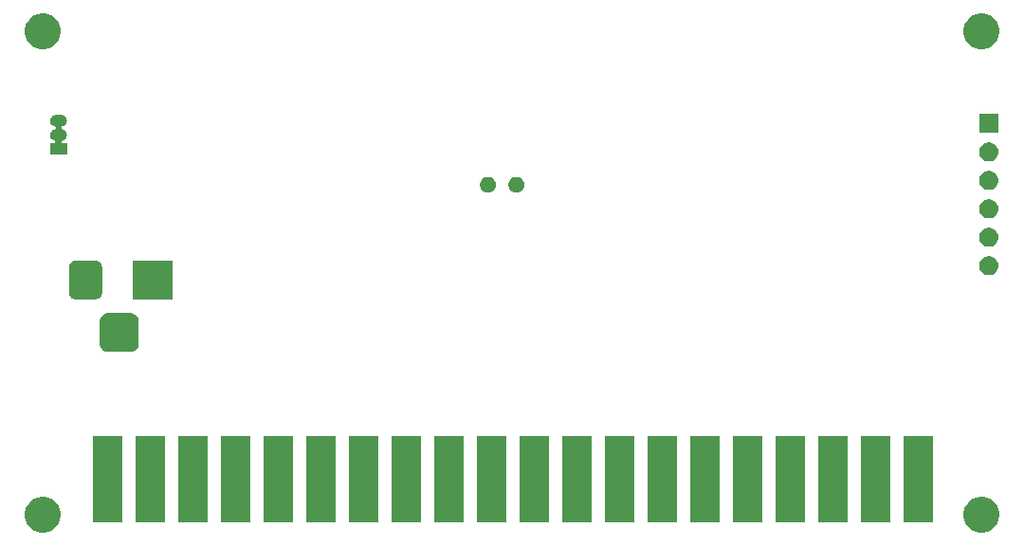
<source format=gbr>
G04 #@! TF.GenerationSoftware,KiCad,Pcbnew,(5.1.0-0)*
G04 #@! TF.CreationDate,2019-12-01T12:31:49+01:00*
G04 #@! TF.ProjectId,esp32,65737033-322e-46b6-9963-61645f706362,rev?*
G04 #@! TF.SameCoordinates,Original*
G04 #@! TF.FileFunction,Soldermask,Bot*
G04 #@! TF.FilePolarity,Negative*
%FSLAX46Y46*%
G04 Gerber Fmt 4.6, Leading zero omitted, Abs format (unit mm)*
G04 Created by KiCad (PCBNEW (5.1.0-0)) date 2019-12-01 12:31:49*
%MOMM*%
%LPD*%
G04 APERTURE LIST*
%ADD10C,0.100000*%
G04 APERTURE END LIST*
D10*
G36*
X93240000Y-101440000D02*
G01*
X93240000Y-109060000D01*
X95780000Y-109060000D01*
X95780000Y-101440000D01*
X93240000Y-101440000D01*
G37*
X93240000Y-101440000D02*
X93240000Y-109060000D01*
X95780000Y-109060000D01*
X95780000Y-101440000D01*
X93240000Y-101440000D01*
G36*
X89430000Y-101440000D02*
G01*
X89430000Y-109060000D01*
X91970000Y-109060000D01*
X91970000Y-101440000D01*
X89430000Y-101440000D01*
G37*
X89430000Y-101440000D02*
X89430000Y-109060000D01*
X91970000Y-109060000D01*
X91970000Y-101440000D01*
X89430000Y-101440000D01*
G36*
X85620000Y-101440000D02*
G01*
X85620000Y-109060000D01*
X88160000Y-109060000D01*
X88160000Y-101440000D01*
X85620000Y-101440000D01*
G37*
X85620000Y-101440000D02*
X85620000Y-109060000D01*
X88160000Y-109060000D01*
X88160000Y-101440000D01*
X85620000Y-101440000D01*
G36*
X158010000Y-101440000D02*
G01*
X158010000Y-109060000D01*
X160550000Y-109060000D01*
X160550000Y-101440000D01*
X158010000Y-101440000D01*
G37*
X158010000Y-101440000D02*
X158010000Y-109060000D01*
X160550000Y-109060000D01*
X160550000Y-101440000D01*
X158010000Y-101440000D01*
G36*
X154200000Y-101440000D02*
G01*
X154200000Y-109060000D01*
X156740000Y-109060000D01*
X156740000Y-101440000D01*
X154200000Y-101440000D01*
G37*
X154200000Y-101440000D02*
X154200000Y-109060000D01*
X156740000Y-109060000D01*
X156740000Y-101440000D01*
X154200000Y-101440000D01*
G36*
X150390000Y-101440000D02*
G01*
X150390000Y-109060000D01*
X152930000Y-109060000D01*
X152930000Y-101440000D01*
X150390000Y-101440000D01*
G37*
X150390000Y-101440000D02*
X150390000Y-109060000D01*
X152930000Y-109060000D01*
X152930000Y-101440000D01*
X150390000Y-101440000D01*
G36*
X146580000Y-101440000D02*
G01*
X146580000Y-109060000D01*
X149120000Y-109060000D01*
X149120000Y-101440000D01*
X146580000Y-101440000D01*
G37*
X146580000Y-101440000D02*
X146580000Y-109060000D01*
X149120000Y-109060000D01*
X149120000Y-101440000D01*
X146580000Y-101440000D01*
G36*
X104670000Y-101440000D02*
G01*
X104670000Y-109060000D01*
X107210000Y-109060000D01*
X107210000Y-101440000D01*
X104670000Y-101440000D01*
G37*
X104670000Y-101440000D02*
X104670000Y-109060000D01*
X107210000Y-109060000D01*
X107210000Y-101440000D01*
X104670000Y-101440000D01*
G36*
X138960000Y-101440000D02*
G01*
X138960000Y-109060000D01*
X141500000Y-109060000D01*
X141500000Y-101440000D01*
X138960000Y-101440000D01*
G37*
X138960000Y-101440000D02*
X138960000Y-109060000D01*
X141500000Y-109060000D01*
X141500000Y-101440000D01*
X138960000Y-101440000D01*
G36*
X135150000Y-101440000D02*
G01*
X135150000Y-109060000D01*
X137690000Y-109060000D01*
X137690000Y-101440000D01*
X135150000Y-101440000D01*
G37*
X135150000Y-101440000D02*
X135150000Y-109060000D01*
X137690000Y-109060000D01*
X137690000Y-101440000D01*
X135150000Y-101440000D01*
G36*
X131340000Y-101440000D02*
G01*
X131340000Y-109060000D01*
X133880000Y-109060000D01*
X133880000Y-101440000D01*
X131340000Y-101440000D01*
G37*
X131340000Y-101440000D02*
X131340000Y-109060000D01*
X133880000Y-109060000D01*
X133880000Y-101440000D01*
X131340000Y-101440000D01*
G36*
X127530000Y-101440000D02*
G01*
X127530000Y-109060000D01*
X130070000Y-109060000D01*
X130070000Y-101440000D01*
X127530000Y-101440000D01*
G37*
X127530000Y-101440000D02*
X127530000Y-109060000D01*
X130070000Y-109060000D01*
X130070000Y-101440000D01*
X127530000Y-101440000D01*
G36*
X123720000Y-101440000D02*
G01*
X123720000Y-109060000D01*
X126260000Y-109060000D01*
X126260000Y-101440000D01*
X123720000Y-101440000D01*
G37*
X123720000Y-101440000D02*
X123720000Y-109060000D01*
X126260000Y-109060000D01*
X126260000Y-101440000D01*
X123720000Y-101440000D01*
G36*
X119910000Y-101440000D02*
G01*
X119910000Y-109060000D01*
X122450000Y-109060000D01*
X122450000Y-101440000D01*
X119910000Y-101440000D01*
G37*
X119910000Y-101440000D02*
X119910000Y-109060000D01*
X122450000Y-109060000D01*
X122450000Y-101440000D01*
X119910000Y-101440000D01*
G36*
X116100000Y-101440000D02*
G01*
X116100000Y-109060000D01*
X118640000Y-109060000D01*
X118640000Y-101440000D01*
X116100000Y-101440000D01*
G37*
X116100000Y-101440000D02*
X116100000Y-109060000D01*
X118640000Y-109060000D01*
X118640000Y-101440000D01*
X116100000Y-101440000D01*
G36*
X112290000Y-101440000D02*
G01*
X112290000Y-109060000D01*
X114830000Y-109060000D01*
X114830000Y-101440000D01*
X112290000Y-101440000D01*
G37*
X112290000Y-101440000D02*
X112290000Y-109060000D01*
X114830000Y-109060000D01*
X114830000Y-101440000D01*
X112290000Y-101440000D01*
G36*
X108480000Y-101440000D02*
G01*
X108480000Y-109060000D01*
X111020000Y-109060000D01*
X111020000Y-101440000D01*
X108480000Y-101440000D01*
G37*
X108480000Y-101440000D02*
X108480000Y-109060000D01*
X111020000Y-109060000D01*
X111020000Y-101440000D01*
X108480000Y-101440000D01*
G36*
X142770000Y-101440000D02*
G01*
X142770000Y-109060000D01*
X145310000Y-109060000D01*
X145310000Y-101440000D01*
X142770000Y-101440000D01*
G37*
X142770000Y-101440000D02*
X142770000Y-109060000D01*
X145310000Y-109060000D01*
X145310000Y-101440000D01*
X142770000Y-101440000D01*
G36*
X100860000Y-101440000D02*
G01*
X100860000Y-109060000D01*
X103400000Y-109060000D01*
X103400000Y-101440000D01*
X100860000Y-101440000D01*
G37*
X100860000Y-101440000D02*
X100860000Y-109060000D01*
X103400000Y-109060000D01*
X103400000Y-101440000D01*
X100860000Y-101440000D01*
G36*
X97050000Y-101440000D02*
G01*
X97050000Y-109060000D01*
X99590000Y-109060000D01*
X99590000Y-101440000D01*
X97050000Y-101440000D01*
G37*
X97050000Y-101440000D02*
X97050000Y-109060000D01*
X99590000Y-109060000D01*
X99590000Y-101440000D01*
X97050000Y-101440000D01*
G36*
X165461703Y-106886486D02*
G01*
X165752883Y-107007097D01*
X166014940Y-107182198D01*
X166237802Y-107405060D01*
X166412903Y-107667117D01*
X166533514Y-107958297D01*
X166595000Y-108267412D01*
X166595000Y-108582588D01*
X166533514Y-108891703D01*
X166412903Y-109182883D01*
X166237802Y-109444940D01*
X166014940Y-109667802D01*
X165752883Y-109842903D01*
X165461703Y-109963514D01*
X165152588Y-110025000D01*
X164837412Y-110025000D01*
X164528297Y-109963514D01*
X164237117Y-109842903D01*
X163975060Y-109667802D01*
X163752198Y-109444940D01*
X163577097Y-109182883D01*
X163456486Y-108891703D01*
X163395000Y-108582588D01*
X163395000Y-108267412D01*
X163456486Y-107958297D01*
X163577097Y-107667117D01*
X163752198Y-107405060D01*
X163975060Y-107182198D01*
X164237117Y-107007097D01*
X164528297Y-106886486D01*
X164837412Y-106825000D01*
X165152588Y-106825000D01*
X165461703Y-106886486D01*
X165461703Y-106886486D01*
G37*
G36*
X81641703Y-106886486D02*
G01*
X81932883Y-107007097D01*
X82194940Y-107182198D01*
X82417802Y-107405060D01*
X82592903Y-107667117D01*
X82713514Y-107958297D01*
X82775000Y-108267412D01*
X82775000Y-108582588D01*
X82713514Y-108891703D01*
X82592903Y-109182883D01*
X82417802Y-109444940D01*
X82194940Y-109667802D01*
X81932883Y-109842903D01*
X81641703Y-109963514D01*
X81332588Y-110025000D01*
X81017412Y-110025000D01*
X80708297Y-109963514D01*
X80417117Y-109842903D01*
X80155060Y-109667802D01*
X79932198Y-109444940D01*
X79757097Y-109182883D01*
X79636486Y-108891703D01*
X79575000Y-108582588D01*
X79575000Y-108267412D01*
X79636486Y-107958297D01*
X79757097Y-107667117D01*
X79932198Y-107405060D01*
X80155060Y-107182198D01*
X80417117Y-107007097D01*
X80708297Y-106886486D01*
X81017412Y-106825000D01*
X81332588Y-106825000D01*
X81641703Y-106886486D01*
X81641703Y-106886486D01*
G37*
G36*
X152024610Y-104048036D02*
G01*
X152252095Y-104142264D01*
X152252097Y-104142265D01*
X152456828Y-104279062D01*
X152630938Y-104453172D01*
X152767736Y-104657905D01*
X152861964Y-104885390D01*
X152910000Y-105126884D01*
X152910000Y-105373116D01*
X152861964Y-105614610D01*
X152767736Y-105842095D01*
X152767735Y-105842097D01*
X152630938Y-106046828D01*
X152456828Y-106220938D01*
X152252097Y-106357735D01*
X152252096Y-106357736D01*
X152252095Y-106357736D01*
X152024610Y-106451964D01*
X151783116Y-106500000D01*
X151536884Y-106500000D01*
X151295390Y-106451964D01*
X151067905Y-106357736D01*
X151067904Y-106357736D01*
X151067903Y-106357735D01*
X150863172Y-106220938D01*
X150689062Y-106046828D01*
X150552265Y-105842097D01*
X150552264Y-105842095D01*
X150458036Y-105614610D01*
X150410000Y-105373116D01*
X150410000Y-105126884D01*
X150458036Y-104885390D01*
X150552264Y-104657905D01*
X150689062Y-104453172D01*
X150863172Y-104279062D01*
X151067903Y-104142265D01*
X151067905Y-104142264D01*
X151295390Y-104048036D01*
X151536884Y-104000000D01*
X151783116Y-104000000D01*
X152024610Y-104048036D01*
X152024610Y-104048036D01*
G37*
G36*
X148214610Y-104048036D02*
G01*
X148442095Y-104142264D01*
X148442097Y-104142265D01*
X148646828Y-104279062D01*
X148820938Y-104453172D01*
X148957736Y-104657905D01*
X149051964Y-104885390D01*
X149100000Y-105126884D01*
X149100000Y-105373116D01*
X149051964Y-105614610D01*
X148957736Y-105842095D01*
X148957735Y-105842097D01*
X148820938Y-106046828D01*
X148646828Y-106220938D01*
X148442097Y-106357735D01*
X148442096Y-106357736D01*
X148442095Y-106357736D01*
X148214610Y-106451964D01*
X147973116Y-106500000D01*
X147726884Y-106500000D01*
X147485390Y-106451964D01*
X147257905Y-106357736D01*
X147257904Y-106357736D01*
X147257903Y-106357735D01*
X147053172Y-106220938D01*
X146879062Y-106046828D01*
X146742265Y-105842097D01*
X146742264Y-105842095D01*
X146648036Y-105614610D01*
X146600000Y-105373116D01*
X146600000Y-105126884D01*
X146648036Y-104885390D01*
X146742264Y-104657905D01*
X146879062Y-104453172D01*
X147053172Y-104279062D01*
X147257903Y-104142265D01*
X147257905Y-104142264D01*
X147485390Y-104048036D01*
X147726884Y-104000000D01*
X147973116Y-104000000D01*
X148214610Y-104048036D01*
X148214610Y-104048036D01*
G37*
G36*
X144404610Y-104048036D02*
G01*
X144632095Y-104142264D01*
X144632097Y-104142265D01*
X144836828Y-104279062D01*
X145010938Y-104453172D01*
X145147736Y-104657905D01*
X145241964Y-104885390D01*
X145290000Y-105126884D01*
X145290000Y-105373116D01*
X145241964Y-105614610D01*
X145147736Y-105842095D01*
X145147735Y-105842097D01*
X145010938Y-106046828D01*
X144836828Y-106220938D01*
X144632097Y-106357735D01*
X144632096Y-106357736D01*
X144632095Y-106357736D01*
X144404610Y-106451964D01*
X144163116Y-106500000D01*
X143916884Y-106500000D01*
X143675390Y-106451964D01*
X143447905Y-106357736D01*
X143447904Y-106357736D01*
X143447903Y-106357735D01*
X143243172Y-106220938D01*
X143069062Y-106046828D01*
X142932265Y-105842097D01*
X142932264Y-105842095D01*
X142838036Y-105614610D01*
X142790000Y-105373116D01*
X142790000Y-105126884D01*
X142838036Y-104885390D01*
X142932264Y-104657905D01*
X143069062Y-104453172D01*
X143243172Y-104279062D01*
X143447903Y-104142265D01*
X143447905Y-104142264D01*
X143675390Y-104048036D01*
X143916884Y-104000000D01*
X144163116Y-104000000D01*
X144404610Y-104048036D01*
X144404610Y-104048036D01*
G37*
G36*
X140594610Y-104048036D02*
G01*
X140822095Y-104142264D01*
X140822097Y-104142265D01*
X141026828Y-104279062D01*
X141200938Y-104453172D01*
X141337736Y-104657905D01*
X141431964Y-104885390D01*
X141480000Y-105126884D01*
X141480000Y-105373116D01*
X141431964Y-105614610D01*
X141337736Y-105842095D01*
X141337735Y-105842097D01*
X141200938Y-106046828D01*
X141026828Y-106220938D01*
X140822097Y-106357735D01*
X140822096Y-106357736D01*
X140822095Y-106357736D01*
X140594610Y-106451964D01*
X140353116Y-106500000D01*
X140106884Y-106500000D01*
X139865390Y-106451964D01*
X139637905Y-106357736D01*
X139637904Y-106357736D01*
X139637903Y-106357735D01*
X139433172Y-106220938D01*
X139259062Y-106046828D01*
X139122265Y-105842097D01*
X139122264Y-105842095D01*
X139028036Y-105614610D01*
X138980000Y-105373116D01*
X138980000Y-105126884D01*
X139028036Y-104885390D01*
X139122264Y-104657905D01*
X139259062Y-104453172D01*
X139433172Y-104279062D01*
X139637903Y-104142265D01*
X139637905Y-104142264D01*
X139865390Y-104048036D01*
X140106884Y-104000000D01*
X140353116Y-104000000D01*
X140594610Y-104048036D01*
X140594610Y-104048036D01*
G37*
G36*
X136784610Y-104048036D02*
G01*
X137012095Y-104142264D01*
X137012097Y-104142265D01*
X137216828Y-104279062D01*
X137390938Y-104453172D01*
X137527736Y-104657905D01*
X137621964Y-104885390D01*
X137670000Y-105126884D01*
X137670000Y-105373116D01*
X137621964Y-105614610D01*
X137527736Y-105842095D01*
X137527735Y-105842097D01*
X137390938Y-106046828D01*
X137216828Y-106220938D01*
X137012097Y-106357735D01*
X137012096Y-106357736D01*
X137012095Y-106357736D01*
X136784610Y-106451964D01*
X136543116Y-106500000D01*
X136296884Y-106500000D01*
X136055390Y-106451964D01*
X135827905Y-106357736D01*
X135827904Y-106357736D01*
X135827903Y-106357735D01*
X135623172Y-106220938D01*
X135449062Y-106046828D01*
X135312265Y-105842097D01*
X135312264Y-105842095D01*
X135218036Y-105614610D01*
X135170000Y-105373116D01*
X135170000Y-105126884D01*
X135218036Y-104885390D01*
X135312264Y-104657905D01*
X135449062Y-104453172D01*
X135623172Y-104279062D01*
X135827903Y-104142265D01*
X135827905Y-104142264D01*
X136055390Y-104048036D01*
X136296884Y-104000000D01*
X136543116Y-104000000D01*
X136784610Y-104048036D01*
X136784610Y-104048036D01*
G37*
G36*
X132974610Y-104048036D02*
G01*
X133202095Y-104142264D01*
X133202097Y-104142265D01*
X133406828Y-104279062D01*
X133580938Y-104453172D01*
X133717736Y-104657905D01*
X133811964Y-104885390D01*
X133860000Y-105126884D01*
X133860000Y-105373116D01*
X133811964Y-105614610D01*
X133717736Y-105842095D01*
X133717735Y-105842097D01*
X133580938Y-106046828D01*
X133406828Y-106220938D01*
X133202097Y-106357735D01*
X133202096Y-106357736D01*
X133202095Y-106357736D01*
X132974610Y-106451964D01*
X132733116Y-106500000D01*
X132486884Y-106500000D01*
X132245390Y-106451964D01*
X132017905Y-106357736D01*
X132017904Y-106357736D01*
X132017903Y-106357735D01*
X131813172Y-106220938D01*
X131639062Y-106046828D01*
X131502265Y-105842097D01*
X131502264Y-105842095D01*
X131408036Y-105614610D01*
X131360000Y-105373116D01*
X131360000Y-105126884D01*
X131408036Y-104885390D01*
X131502264Y-104657905D01*
X131639062Y-104453172D01*
X131813172Y-104279062D01*
X132017903Y-104142265D01*
X132017905Y-104142264D01*
X132245390Y-104048036D01*
X132486884Y-104000000D01*
X132733116Y-104000000D01*
X132974610Y-104048036D01*
X132974610Y-104048036D01*
G37*
G36*
X129164610Y-104048036D02*
G01*
X129392095Y-104142264D01*
X129392097Y-104142265D01*
X129596828Y-104279062D01*
X129770938Y-104453172D01*
X129907736Y-104657905D01*
X130001964Y-104885390D01*
X130050000Y-105126884D01*
X130050000Y-105373116D01*
X130001964Y-105614610D01*
X129907736Y-105842095D01*
X129907735Y-105842097D01*
X129770938Y-106046828D01*
X129596828Y-106220938D01*
X129392097Y-106357735D01*
X129392096Y-106357736D01*
X129392095Y-106357736D01*
X129164610Y-106451964D01*
X128923116Y-106500000D01*
X128676884Y-106500000D01*
X128435390Y-106451964D01*
X128207905Y-106357736D01*
X128207904Y-106357736D01*
X128207903Y-106357735D01*
X128003172Y-106220938D01*
X127829062Y-106046828D01*
X127692265Y-105842097D01*
X127692264Y-105842095D01*
X127598036Y-105614610D01*
X127550000Y-105373116D01*
X127550000Y-105126884D01*
X127598036Y-104885390D01*
X127692264Y-104657905D01*
X127829062Y-104453172D01*
X128003172Y-104279062D01*
X128207903Y-104142265D01*
X128207905Y-104142264D01*
X128435390Y-104048036D01*
X128676884Y-104000000D01*
X128923116Y-104000000D01*
X129164610Y-104048036D01*
X129164610Y-104048036D01*
G37*
G36*
X125354610Y-104048036D02*
G01*
X125582095Y-104142264D01*
X125582097Y-104142265D01*
X125786828Y-104279062D01*
X125960938Y-104453172D01*
X126097736Y-104657905D01*
X126191964Y-104885390D01*
X126240000Y-105126884D01*
X126240000Y-105373116D01*
X126191964Y-105614610D01*
X126097736Y-105842095D01*
X126097735Y-105842097D01*
X125960938Y-106046828D01*
X125786828Y-106220938D01*
X125582097Y-106357735D01*
X125582096Y-106357736D01*
X125582095Y-106357736D01*
X125354610Y-106451964D01*
X125113116Y-106500000D01*
X124866884Y-106500000D01*
X124625390Y-106451964D01*
X124397905Y-106357736D01*
X124397904Y-106357736D01*
X124397903Y-106357735D01*
X124193172Y-106220938D01*
X124019062Y-106046828D01*
X123882265Y-105842097D01*
X123882264Y-105842095D01*
X123788036Y-105614610D01*
X123740000Y-105373116D01*
X123740000Y-105126884D01*
X123788036Y-104885390D01*
X123882264Y-104657905D01*
X124019062Y-104453172D01*
X124193172Y-104279062D01*
X124397903Y-104142265D01*
X124397905Y-104142264D01*
X124625390Y-104048036D01*
X124866884Y-104000000D01*
X125113116Y-104000000D01*
X125354610Y-104048036D01*
X125354610Y-104048036D01*
G37*
G36*
X121544610Y-104048036D02*
G01*
X121772095Y-104142264D01*
X121772097Y-104142265D01*
X121976828Y-104279062D01*
X122150938Y-104453172D01*
X122287736Y-104657905D01*
X122381964Y-104885390D01*
X122430000Y-105126884D01*
X122430000Y-105373116D01*
X122381964Y-105614610D01*
X122287736Y-105842095D01*
X122287735Y-105842097D01*
X122150938Y-106046828D01*
X121976828Y-106220938D01*
X121772097Y-106357735D01*
X121772096Y-106357736D01*
X121772095Y-106357736D01*
X121544610Y-106451964D01*
X121303116Y-106500000D01*
X121056884Y-106500000D01*
X120815390Y-106451964D01*
X120587905Y-106357736D01*
X120587904Y-106357736D01*
X120587903Y-106357735D01*
X120383172Y-106220938D01*
X120209062Y-106046828D01*
X120072265Y-105842097D01*
X120072264Y-105842095D01*
X119978036Y-105614610D01*
X119930000Y-105373116D01*
X119930000Y-105126884D01*
X119978036Y-104885390D01*
X120072264Y-104657905D01*
X120209062Y-104453172D01*
X120383172Y-104279062D01*
X120587903Y-104142265D01*
X120587905Y-104142264D01*
X120815390Y-104048036D01*
X121056884Y-104000000D01*
X121303116Y-104000000D01*
X121544610Y-104048036D01*
X121544610Y-104048036D01*
G37*
G36*
X117734610Y-104048036D02*
G01*
X117962095Y-104142264D01*
X117962097Y-104142265D01*
X118166828Y-104279062D01*
X118340938Y-104453172D01*
X118477736Y-104657905D01*
X118571964Y-104885390D01*
X118620000Y-105126884D01*
X118620000Y-105373116D01*
X118571964Y-105614610D01*
X118477736Y-105842095D01*
X118477735Y-105842097D01*
X118340938Y-106046828D01*
X118166828Y-106220938D01*
X117962097Y-106357735D01*
X117962096Y-106357736D01*
X117962095Y-106357736D01*
X117734610Y-106451964D01*
X117493116Y-106500000D01*
X117246884Y-106500000D01*
X117005390Y-106451964D01*
X116777905Y-106357736D01*
X116777904Y-106357736D01*
X116777903Y-106357735D01*
X116573172Y-106220938D01*
X116399062Y-106046828D01*
X116262265Y-105842097D01*
X116262264Y-105842095D01*
X116168036Y-105614610D01*
X116120000Y-105373116D01*
X116120000Y-105126884D01*
X116168036Y-104885390D01*
X116262264Y-104657905D01*
X116399062Y-104453172D01*
X116573172Y-104279062D01*
X116777903Y-104142265D01*
X116777905Y-104142264D01*
X117005390Y-104048036D01*
X117246884Y-104000000D01*
X117493116Y-104000000D01*
X117734610Y-104048036D01*
X117734610Y-104048036D01*
G37*
G36*
X113924610Y-104048036D02*
G01*
X114152095Y-104142264D01*
X114152097Y-104142265D01*
X114356828Y-104279062D01*
X114530938Y-104453172D01*
X114667736Y-104657905D01*
X114761964Y-104885390D01*
X114810000Y-105126884D01*
X114810000Y-105373116D01*
X114761964Y-105614610D01*
X114667736Y-105842095D01*
X114667735Y-105842097D01*
X114530938Y-106046828D01*
X114356828Y-106220938D01*
X114152097Y-106357735D01*
X114152096Y-106357736D01*
X114152095Y-106357736D01*
X113924610Y-106451964D01*
X113683116Y-106500000D01*
X113436884Y-106500000D01*
X113195390Y-106451964D01*
X112967905Y-106357736D01*
X112967904Y-106357736D01*
X112967903Y-106357735D01*
X112763172Y-106220938D01*
X112589062Y-106046828D01*
X112452265Y-105842097D01*
X112452264Y-105842095D01*
X112358036Y-105614610D01*
X112310000Y-105373116D01*
X112310000Y-105126884D01*
X112358036Y-104885390D01*
X112452264Y-104657905D01*
X112589062Y-104453172D01*
X112763172Y-104279062D01*
X112967903Y-104142265D01*
X112967905Y-104142264D01*
X113195390Y-104048036D01*
X113436884Y-104000000D01*
X113683116Y-104000000D01*
X113924610Y-104048036D01*
X113924610Y-104048036D01*
G37*
G36*
X110114610Y-104048036D02*
G01*
X110342095Y-104142264D01*
X110342097Y-104142265D01*
X110546828Y-104279062D01*
X110720938Y-104453172D01*
X110857736Y-104657905D01*
X110951964Y-104885390D01*
X111000000Y-105126884D01*
X111000000Y-105373116D01*
X110951964Y-105614610D01*
X110857736Y-105842095D01*
X110857735Y-105842097D01*
X110720938Y-106046828D01*
X110546828Y-106220938D01*
X110342097Y-106357735D01*
X110342096Y-106357736D01*
X110342095Y-106357736D01*
X110114610Y-106451964D01*
X109873116Y-106500000D01*
X109626884Y-106500000D01*
X109385390Y-106451964D01*
X109157905Y-106357736D01*
X109157904Y-106357736D01*
X109157903Y-106357735D01*
X108953172Y-106220938D01*
X108779062Y-106046828D01*
X108642265Y-105842097D01*
X108642264Y-105842095D01*
X108548036Y-105614610D01*
X108500000Y-105373116D01*
X108500000Y-105126884D01*
X108548036Y-104885390D01*
X108642264Y-104657905D01*
X108779062Y-104453172D01*
X108953172Y-104279062D01*
X109157903Y-104142265D01*
X109157905Y-104142264D01*
X109385390Y-104048036D01*
X109626884Y-104000000D01*
X109873116Y-104000000D01*
X110114610Y-104048036D01*
X110114610Y-104048036D01*
G37*
G36*
X106304610Y-104048036D02*
G01*
X106532095Y-104142264D01*
X106532097Y-104142265D01*
X106736828Y-104279062D01*
X106910938Y-104453172D01*
X107047736Y-104657905D01*
X107141964Y-104885390D01*
X107190000Y-105126884D01*
X107190000Y-105373116D01*
X107141964Y-105614610D01*
X107047736Y-105842095D01*
X107047735Y-105842097D01*
X106910938Y-106046828D01*
X106736828Y-106220938D01*
X106532097Y-106357735D01*
X106532096Y-106357736D01*
X106532095Y-106357736D01*
X106304610Y-106451964D01*
X106063116Y-106500000D01*
X105816884Y-106500000D01*
X105575390Y-106451964D01*
X105347905Y-106357736D01*
X105347904Y-106357736D01*
X105347903Y-106357735D01*
X105143172Y-106220938D01*
X104969062Y-106046828D01*
X104832265Y-105842097D01*
X104832264Y-105842095D01*
X104738036Y-105614610D01*
X104690000Y-105373116D01*
X104690000Y-105126884D01*
X104738036Y-104885390D01*
X104832264Y-104657905D01*
X104969062Y-104453172D01*
X105143172Y-104279062D01*
X105347903Y-104142265D01*
X105347905Y-104142264D01*
X105575390Y-104048036D01*
X105816884Y-104000000D01*
X106063116Y-104000000D01*
X106304610Y-104048036D01*
X106304610Y-104048036D01*
G37*
G36*
X102494610Y-104048036D02*
G01*
X102722095Y-104142264D01*
X102722097Y-104142265D01*
X102926828Y-104279062D01*
X103100938Y-104453172D01*
X103237736Y-104657905D01*
X103331964Y-104885390D01*
X103380000Y-105126884D01*
X103380000Y-105373116D01*
X103331964Y-105614610D01*
X103237736Y-105842095D01*
X103237735Y-105842097D01*
X103100938Y-106046828D01*
X102926828Y-106220938D01*
X102722097Y-106357735D01*
X102722096Y-106357736D01*
X102722095Y-106357736D01*
X102494610Y-106451964D01*
X102253116Y-106500000D01*
X102006884Y-106500000D01*
X101765390Y-106451964D01*
X101537905Y-106357736D01*
X101537904Y-106357736D01*
X101537903Y-106357735D01*
X101333172Y-106220938D01*
X101159062Y-106046828D01*
X101022265Y-105842097D01*
X101022264Y-105842095D01*
X100928036Y-105614610D01*
X100880000Y-105373116D01*
X100880000Y-105126884D01*
X100928036Y-104885390D01*
X101022264Y-104657905D01*
X101159062Y-104453172D01*
X101333172Y-104279062D01*
X101537903Y-104142265D01*
X101537905Y-104142264D01*
X101765390Y-104048036D01*
X102006884Y-104000000D01*
X102253116Y-104000000D01*
X102494610Y-104048036D01*
X102494610Y-104048036D01*
G37*
G36*
X98684610Y-104048036D02*
G01*
X98912095Y-104142264D01*
X98912097Y-104142265D01*
X99116828Y-104279062D01*
X99290938Y-104453172D01*
X99427736Y-104657905D01*
X99521964Y-104885390D01*
X99570000Y-105126884D01*
X99570000Y-105373116D01*
X99521964Y-105614610D01*
X99427736Y-105842095D01*
X99427735Y-105842097D01*
X99290938Y-106046828D01*
X99116828Y-106220938D01*
X98912097Y-106357735D01*
X98912096Y-106357736D01*
X98912095Y-106357736D01*
X98684610Y-106451964D01*
X98443116Y-106500000D01*
X98196884Y-106500000D01*
X97955390Y-106451964D01*
X97727905Y-106357736D01*
X97727904Y-106357736D01*
X97727903Y-106357735D01*
X97523172Y-106220938D01*
X97349062Y-106046828D01*
X97212265Y-105842097D01*
X97212264Y-105842095D01*
X97118036Y-105614610D01*
X97070000Y-105373116D01*
X97070000Y-105126884D01*
X97118036Y-104885390D01*
X97212264Y-104657905D01*
X97349062Y-104453172D01*
X97523172Y-104279062D01*
X97727903Y-104142265D01*
X97727905Y-104142264D01*
X97955390Y-104048036D01*
X98196884Y-104000000D01*
X98443116Y-104000000D01*
X98684610Y-104048036D01*
X98684610Y-104048036D01*
G37*
G36*
X94874610Y-104048036D02*
G01*
X95102095Y-104142264D01*
X95102097Y-104142265D01*
X95306828Y-104279062D01*
X95480938Y-104453172D01*
X95617736Y-104657905D01*
X95711964Y-104885390D01*
X95760000Y-105126884D01*
X95760000Y-105373116D01*
X95711964Y-105614610D01*
X95617736Y-105842095D01*
X95617735Y-105842097D01*
X95480938Y-106046828D01*
X95306828Y-106220938D01*
X95102097Y-106357735D01*
X95102096Y-106357736D01*
X95102095Y-106357736D01*
X94874610Y-106451964D01*
X94633116Y-106500000D01*
X94386884Y-106500000D01*
X94145390Y-106451964D01*
X93917905Y-106357736D01*
X93917904Y-106357736D01*
X93917903Y-106357735D01*
X93713172Y-106220938D01*
X93539062Y-106046828D01*
X93402265Y-105842097D01*
X93402264Y-105842095D01*
X93308036Y-105614610D01*
X93260000Y-105373116D01*
X93260000Y-105126884D01*
X93308036Y-104885390D01*
X93402264Y-104657905D01*
X93539062Y-104453172D01*
X93713172Y-104279062D01*
X93917903Y-104142265D01*
X93917905Y-104142264D01*
X94145390Y-104048036D01*
X94386884Y-104000000D01*
X94633116Y-104000000D01*
X94874610Y-104048036D01*
X94874610Y-104048036D01*
G37*
G36*
X91064610Y-104048036D02*
G01*
X91292095Y-104142264D01*
X91292097Y-104142265D01*
X91496828Y-104279062D01*
X91670938Y-104453172D01*
X91807736Y-104657905D01*
X91901964Y-104885390D01*
X91950000Y-105126884D01*
X91950000Y-105373116D01*
X91901964Y-105614610D01*
X91807736Y-105842095D01*
X91807735Y-105842097D01*
X91670938Y-106046828D01*
X91496828Y-106220938D01*
X91292097Y-106357735D01*
X91292096Y-106357736D01*
X91292095Y-106357736D01*
X91064610Y-106451964D01*
X90823116Y-106500000D01*
X90576884Y-106500000D01*
X90335390Y-106451964D01*
X90107905Y-106357736D01*
X90107904Y-106357736D01*
X90107903Y-106357735D01*
X89903172Y-106220938D01*
X89729062Y-106046828D01*
X89592265Y-105842097D01*
X89592264Y-105842095D01*
X89498036Y-105614610D01*
X89450000Y-105373116D01*
X89450000Y-105126884D01*
X89498036Y-104885390D01*
X89592264Y-104657905D01*
X89729062Y-104453172D01*
X89903172Y-104279062D01*
X90107903Y-104142265D01*
X90107905Y-104142264D01*
X90335390Y-104048036D01*
X90576884Y-104000000D01*
X90823116Y-104000000D01*
X91064610Y-104048036D01*
X91064610Y-104048036D01*
G37*
G36*
X87254610Y-104048036D02*
G01*
X87482095Y-104142264D01*
X87482097Y-104142265D01*
X87686828Y-104279062D01*
X87860938Y-104453172D01*
X87997736Y-104657905D01*
X88091964Y-104885390D01*
X88140000Y-105126884D01*
X88140000Y-105373116D01*
X88091964Y-105614610D01*
X87997736Y-105842095D01*
X87997735Y-105842097D01*
X87860938Y-106046828D01*
X87686828Y-106220938D01*
X87482097Y-106357735D01*
X87482096Y-106357736D01*
X87482095Y-106357736D01*
X87254610Y-106451964D01*
X87013116Y-106500000D01*
X86766884Y-106500000D01*
X86525390Y-106451964D01*
X86297905Y-106357736D01*
X86297904Y-106357736D01*
X86297903Y-106357735D01*
X86093172Y-106220938D01*
X85919062Y-106046828D01*
X85782265Y-105842097D01*
X85782264Y-105842095D01*
X85688036Y-105614610D01*
X85640000Y-105373116D01*
X85640000Y-105126884D01*
X85688036Y-104885390D01*
X85782264Y-104657905D01*
X85919062Y-104453172D01*
X86093172Y-104279062D01*
X86297903Y-104142265D01*
X86297905Y-104142264D01*
X86525390Y-104048036D01*
X86766884Y-104000000D01*
X87013116Y-104000000D01*
X87254610Y-104048036D01*
X87254610Y-104048036D01*
G37*
G36*
X159644610Y-104048036D02*
G01*
X159872095Y-104142264D01*
X159872097Y-104142265D01*
X160076828Y-104279062D01*
X160250938Y-104453172D01*
X160387736Y-104657905D01*
X160481964Y-104885390D01*
X160530000Y-105126884D01*
X160530000Y-105373116D01*
X160481964Y-105614610D01*
X160387736Y-105842095D01*
X160387735Y-105842097D01*
X160250938Y-106046828D01*
X160076828Y-106220938D01*
X159872097Y-106357735D01*
X159872096Y-106357736D01*
X159872095Y-106357736D01*
X159644610Y-106451964D01*
X159403116Y-106500000D01*
X159156884Y-106500000D01*
X158915390Y-106451964D01*
X158687905Y-106357736D01*
X158687904Y-106357736D01*
X158687903Y-106357735D01*
X158483172Y-106220938D01*
X158309062Y-106046828D01*
X158172265Y-105842097D01*
X158172264Y-105842095D01*
X158078036Y-105614610D01*
X158030000Y-105373116D01*
X158030000Y-105126884D01*
X158078036Y-104885390D01*
X158172264Y-104657905D01*
X158309062Y-104453172D01*
X158483172Y-104279062D01*
X158687903Y-104142265D01*
X158687905Y-104142264D01*
X158915390Y-104048036D01*
X159156884Y-104000000D01*
X159403116Y-104000000D01*
X159644610Y-104048036D01*
X159644610Y-104048036D01*
G37*
G36*
X155834610Y-104048036D02*
G01*
X156062095Y-104142264D01*
X156062097Y-104142265D01*
X156266828Y-104279062D01*
X156440938Y-104453172D01*
X156577736Y-104657905D01*
X156671964Y-104885390D01*
X156720000Y-105126884D01*
X156720000Y-105373116D01*
X156671964Y-105614610D01*
X156577736Y-105842095D01*
X156577735Y-105842097D01*
X156440938Y-106046828D01*
X156266828Y-106220938D01*
X156062097Y-106357735D01*
X156062096Y-106357736D01*
X156062095Y-106357736D01*
X155834610Y-106451964D01*
X155593116Y-106500000D01*
X155346884Y-106500000D01*
X155105390Y-106451964D01*
X154877905Y-106357736D01*
X154877904Y-106357736D01*
X154877903Y-106357735D01*
X154673172Y-106220938D01*
X154499062Y-106046828D01*
X154362265Y-105842097D01*
X154362264Y-105842095D01*
X154268036Y-105614610D01*
X154220000Y-105373116D01*
X154220000Y-105126884D01*
X154268036Y-104885390D01*
X154362264Y-104657905D01*
X154499062Y-104453172D01*
X154673172Y-104279062D01*
X154877903Y-104142265D01*
X154877905Y-104142264D01*
X155105390Y-104048036D01*
X155346884Y-104000000D01*
X155593116Y-104000000D01*
X155834610Y-104048036D01*
X155834610Y-104048036D01*
G37*
G36*
X89080891Y-90436205D02*
G01*
X89233202Y-90482408D01*
X89373565Y-90557433D01*
X89496597Y-90658403D01*
X89597567Y-90781435D01*
X89672592Y-90921798D01*
X89718795Y-91074109D01*
X89735000Y-91238640D01*
X89735000Y-93101360D01*
X89718795Y-93265891D01*
X89672592Y-93418202D01*
X89597567Y-93558565D01*
X89496597Y-93681597D01*
X89373565Y-93782567D01*
X89233202Y-93857592D01*
X89080891Y-93903795D01*
X88916360Y-93920000D01*
X87053640Y-93920000D01*
X86889109Y-93903795D01*
X86736798Y-93857592D01*
X86596435Y-93782567D01*
X86473403Y-93681597D01*
X86372433Y-93558565D01*
X86297408Y-93418202D01*
X86251205Y-93265891D01*
X86235000Y-93101360D01*
X86235000Y-91238640D01*
X86251205Y-91074109D01*
X86297408Y-90921798D01*
X86372433Y-90781435D01*
X86473403Y-90658403D01*
X86596435Y-90557433D01*
X86736798Y-90482408D01*
X86889109Y-90436205D01*
X87053640Y-90420000D01*
X88916360Y-90420000D01*
X89080891Y-90436205D01*
X89080891Y-90436205D01*
G37*
G36*
X85931505Y-85733803D02*
G01*
X86060366Y-85772893D01*
X86179117Y-85836367D01*
X86283209Y-85921791D01*
X86368633Y-86025883D01*
X86432107Y-86144634D01*
X86471197Y-86273495D01*
X86485000Y-86413640D01*
X86485000Y-88526360D01*
X86471197Y-88666505D01*
X86432107Y-88795366D01*
X86368633Y-88914117D01*
X86283209Y-89018209D01*
X86179117Y-89103633D01*
X86060366Y-89167107D01*
X85931505Y-89206197D01*
X85791360Y-89220000D01*
X84178640Y-89220000D01*
X84038495Y-89206197D01*
X83909634Y-89167107D01*
X83790883Y-89103633D01*
X83686791Y-89018209D01*
X83601367Y-88914117D01*
X83537893Y-88795366D01*
X83498803Y-88666505D01*
X83485000Y-88526360D01*
X83485000Y-86413640D01*
X83498803Y-86273495D01*
X83537893Y-86144634D01*
X83601367Y-86025883D01*
X83686791Y-85921791D01*
X83790883Y-85836367D01*
X83909634Y-85772893D01*
X84038495Y-85733803D01*
X84178640Y-85720000D01*
X85791360Y-85720000D01*
X85931505Y-85733803D01*
X85931505Y-85733803D01*
G37*
G36*
X92735000Y-89220000D02*
G01*
X89235000Y-89220000D01*
X89235000Y-85720000D01*
X92735000Y-85720000D01*
X92735000Y-89220000D01*
X92735000Y-89220000D01*
G37*
G36*
X165796627Y-85362299D02*
G01*
X165876742Y-85386602D01*
X165956855Y-85410903D01*
X165956857Y-85410904D01*
X166104518Y-85489831D01*
X166233949Y-85596051D01*
X166340169Y-85725482D01*
X166419096Y-85873143D01*
X166467701Y-86033373D01*
X166484112Y-86200000D01*
X166467701Y-86366627D01*
X166419096Y-86526857D01*
X166340169Y-86674518D01*
X166233949Y-86803949D01*
X166104518Y-86910169D01*
X165956857Y-86989096D01*
X165956855Y-86989097D01*
X165876742Y-87013399D01*
X165796627Y-87037701D01*
X165671752Y-87050000D01*
X165588248Y-87050000D01*
X165463373Y-87037701D01*
X165383258Y-87013399D01*
X165303145Y-86989097D01*
X165303143Y-86989096D01*
X165155482Y-86910169D01*
X165026051Y-86803949D01*
X164919831Y-86674518D01*
X164840904Y-86526857D01*
X164792299Y-86366627D01*
X164775888Y-86200000D01*
X164792299Y-86033373D01*
X164840904Y-85873143D01*
X164919831Y-85725482D01*
X165026051Y-85596051D01*
X165155482Y-85489831D01*
X165303143Y-85410904D01*
X165303145Y-85410903D01*
X165383258Y-85386602D01*
X165463373Y-85362299D01*
X165588248Y-85350000D01*
X165671752Y-85350000D01*
X165796627Y-85362299D01*
X165796627Y-85362299D01*
G37*
G36*
X165796627Y-82822299D02*
G01*
X165876742Y-82846601D01*
X165956855Y-82870903D01*
X165956857Y-82870904D01*
X166104518Y-82949831D01*
X166233949Y-83056051D01*
X166340169Y-83185482D01*
X166419096Y-83333143D01*
X166467701Y-83493373D01*
X166484112Y-83660000D01*
X166467701Y-83826627D01*
X166419096Y-83986857D01*
X166340169Y-84134518D01*
X166233949Y-84263949D01*
X166104518Y-84370169D01*
X165956857Y-84449096D01*
X165956855Y-84449097D01*
X165876742Y-84473398D01*
X165796627Y-84497701D01*
X165671752Y-84510000D01*
X165588248Y-84510000D01*
X165463373Y-84497701D01*
X165383258Y-84473398D01*
X165303145Y-84449097D01*
X165303143Y-84449096D01*
X165155482Y-84370169D01*
X165026051Y-84263949D01*
X164919831Y-84134518D01*
X164840904Y-83986857D01*
X164792299Y-83826627D01*
X164775888Y-83660000D01*
X164792299Y-83493373D01*
X164840904Y-83333143D01*
X164919831Y-83185482D01*
X165026051Y-83056051D01*
X165155482Y-82949831D01*
X165303143Y-82870904D01*
X165303145Y-82870903D01*
X165383258Y-82846601D01*
X165463373Y-82822299D01*
X165588248Y-82810000D01*
X165671752Y-82810000D01*
X165796627Y-82822299D01*
X165796627Y-82822299D01*
G37*
G36*
X165796627Y-80282299D02*
G01*
X165876742Y-80306601D01*
X165956855Y-80330903D01*
X165956857Y-80330904D01*
X166104518Y-80409831D01*
X166233949Y-80516051D01*
X166340169Y-80645482D01*
X166419096Y-80793143D01*
X166467701Y-80953373D01*
X166484112Y-81120000D01*
X166467701Y-81286627D01*
X166419096Y-81446857D01*
X166340169Y-81594518D01*
X166233949Y-81723949D01*
X166104518Y-81830169D01*
X165956857Y-81909096D01*
X165956855Y-81909097D01*
X165876742Y-81933398D01*
X165796627Y-81957701D01*
X165671752Y-81970000D01*
X165588248Y-81970000D01*
X165463373Y-81957701D01*
X165383258Y-81933398D01*
X165303145Y-81909097D01*
X165303143Y-81909096D01*
X165155482Y-81830169D01*
X165026051Y-81723949D01*
X164919831Y-81594518D01*
X164840904Y-81446857D01*
X164792299Y-81286627D01*
X164775888Y-81120000D01*
X164792299Y-80953373D01*
X164840904Y-80793143D01*
X164919831Y-80645482D01*
X165026051Y-80516051D01*
X165155482Y-80409831D01*
X165303143Y-80330904D01*
X165303145Y-80330903D01*
X165383258Y-80306601D01*
X165463373Y-80282299D01*
X165588248Y-80270000D01*
X165671752Y-80270000D01*
X165796627Y-80282299D01*
X165796627Y-80282299D01*
G37*
G36*
X121130182Y-78287900D02*
G01*
X121257573Y-78340667D01*
X121257574Y-78340668D01*
X121372224Y-78417274D01*
X121469726Y-78514776D01*
X121469727Y-78514778D01*
X121546333Y-78629427D01*
X121599100Y-78756818D01*
X121626000Y-78892055D01*
X121626000Y-79029945D01*
X121599100Y-79165182D01*
X121546333Y-79292573D01*
X121546332Y-79292574D01*
X121469726Y-79407224D01*
X121372224Y-79504726D01*
X121314510Y-79543289D01*
X121257573Y-79581333D01*
X121130182Y-79634100D01*
X120994945Y-79661000D01*
X120857055Y-79661000D01*
X120721818Y-79634100D01*
X120594427Y-79581333D01*
X120537490Y-79543289D01*
X120479776Y-79504726D01*
X120382274Y-79407224D01*
X120305668Y-79292574D01*
X120305667Y-79292573D01*
X120252900Y-79165182D01*
X120226000Y-79029945D01*
X120226000Y-78892055D01*
X120252900Y-78756818D01*
X120305667Y-78629427D01*
X120382273Y-78514778D01*
X120382274Y-78514776D01*
X120479776Y-78417274D01*
X120594426Y-78340668D01*
X120594427Y-78340667D01*
X120721818Y-78287900D01*
X120857055Y-78261000D01*
X120994945Y-78261000D01*
X121130182Y-78287900D01*
X121130182Y-78287900D01*
G37*
G36*
X123670182Y-78287900D02*
G01*
X123797573Y-78340667D01*
X123797574Y-78340668D01*
X123912224Y-78417274D01*
X124009726Y-78514776D01*
X124009727Y-78514778D01*
X124086333Y-78629427D01*
X124139100Y-78756818D01*
X124166000Y-78892055D01*
X124166000Y-79029945D01*
X124139100Y-79165182D01*
X124086333Y-79292573D01*
X124086332Y-79292574D01*
X124009726Y-79407224D01*
X123912224Y-79504726D01*
X123854510Y-79543289D01*
X123797573Y-79581333D01*
X123670182Y-79634100D01*
X123534945Y-79661000D01*
X123397055Y-79661000D01*
X123261818Y-79634100D01*
X123134427Y-79581333D01*
X123077490Y-79543289D01*
X123019776Y-79504726D01*
X122922274Y-79407224D01*
X122845668Y-79292574D01*
X122845667Y-79292573D01*
X122792900Y-79165182D01*
X122766000Y-79029945D01*
X122766000Y-78892055D01*
X122792900Y-78756818D01*
X122845667Y-78629427D01*
X122922273Y-78514778D01*
X122922274Y-78514776D01*
X123019776Y-78417274D01*
X123134426Y-78340668D01*
X123134427Y-78340667D01*
X123261818Y-78287900D01*
X123397055Y-78261000D01*
X123534945Y-78261000D01*
X123670182Y-78287900D01*
X123670182Y-78287900D01*
G37*
G36*
X165796627Y-77742299D02*
G01*
X165876742Y-77766602D01*
X165956855Y-77790903D01*
X165956857Y-77790904D01*
X166104518Y-77869831D01*
X166233949Y-77976051D01*
X166340168Y-78105481D01*
X166419097Y-78253145D01*
X166429640Y-78287901D01*
X166467701Y-78413373D01*
X166484112Y-78580000D01*
X166467701Y-78746627D01*
X166419096Y-78906857D01*
X166340169Y-79054518D01*
X166233949Y-79183949D01*
X166104518Y-79290169D01*
X165956857Y-79369096D01*
X165956855Y-79369097D01*
X165876742Y-79393399D01*
X165796627Y-79417701D01*
X165671752Y-79430000D01*
X165588248Y-79430000D01*
X165463373Y-79417701D01*
X165383258Y-79393398D01*
X165303145Y-79369097D01*
X165303143Y-79369096D01*
X165155482Y-79290169D01*
X165026051Y-79183949D01*
X164919831Y-79054518D01*
X164840904Y-78906857D01*
X164792299Y-78746627D01*
X164775888Y-78580000D01*
X164792299Y-78413373D01*
X164830360Y-78287901D01*
X164840903Y-78253145D01*
X164919832Y-78105481D01*
X165026051Y-77976051D01*
X165155482Y-77869831D01*
X165303143Y-77790904D01*
X165303145Y-77790903D01*
X165383258Y-77766602D01*
X165463373Y-77742299D01*
X165588248Y-77730000D01*
X165671752Y-77730000D01*
X165796627Y-77742299D01*
X165796627Y-77742299D01*
G37*
G36*
X165796627Y-75202299D02*
G01*
X165869448Y-75224389D01*
X165956855Y-75250903D01*
X165956857Y-75250904D01*
X166104518Y-75329831D01*
X166233949Y-75436051D01*
X166340169Y-75565482D01*
X166419096Y-75713143D01*
X166467701Y-75873373D01*
X166484112Y-76040000D01*
X166467701Y-76206627D01*
X166419096Y-76366857D01*
X166340169Y-76514518D01*
X166233949Y-76643949D01*
X166104518Y-76750169D01*
X165956857Y-76829096D01*
X165956855Y-76829097D01*
X165876742Y-76853399D01*
X165796627Y-76877701D01*
X165671752Y-76890000D01*
X165588248Y-76890000D01*
X165463373Y-76877701D01*
X165383258Y-76853399D01*
X165303145Y-76829097D01*
X165303143Y-76829096D01*
X165155482Y-76750169D01*
X165026051Y-76643949D01*
X164919831Y-76514518D01*
X164840904Y-76366857D01*
X164792299Y-76206627D01*
X164775888Y-76040000D01*
X164792299Y-75873373D01*
X164840904Y-75713143D01*
X164919831Y-75565482D01*
X165026051Y-75436051D01*
X165155482Y-75329831D01*
X165303143Y-75250904D01*
X165303145Y-75250903D01*
X165390552Y-75224389D01*
X165463373Y-75202299D01*
X165588248Y-75190000D01*
X165671752Y-75190000D01*
X165796627Y-75202299D01*
X165796627Y-75202299D01*
G37*
G36*
X82899919Y-72728596D02*
G01*
X82998880Y-72758616D01*
X83078307Y-72801071D01*
X83090086Y-72807367D01*
X83110909Y-72824456D01*
X83170028Y-72872972D01*
X83218544Y-72932091D01*
X83235633Y-72952914D01*
X83235634Y-72952916D01*
X83284384Y-73044120D01*
X83314404Y-73143081D01*
X83324540Y-73246000D01*
X83314404Y-73348919D01*
X83284384Y-73447880D01*
X83284383Y-73447881D01*
X83235633Y-73539086D01*
X83218544Y-73559909D01*
X83170028Y-73619028D01*
X83110909Y-73667544D01*
X83090086Y-73684633D01*
X83090084Y-73684634D01*
X82998880Y-73733384D01*
X82906577Y-73761384D01*
X82883938Y-73770761D01*
X82863564Y-73784375D01*
X82846237Y-73801702D01*
X82832623Y-73822076D01*
X82823246Y-73844715D01*
X82818466Y-73868748D01*
X82818466Y-73893253D01*
X82823247Y-73917286D01*
X82832624Y-73939925D01*
X82846238Y-73960299D01*
X82863565Y-73977626D01*
X82883939Y-73991240D01*
X82906577Y-74000616D01*
X82998880Y-74028616D01*
X83078307Y-74071071D01*
X83090086Y-74077367D01*
X83110909Y-74094456D01*
X83170028Y-74142972D01*
X83218544Y-74202091D01*
X83235633Y-74222914D01*
X83235634Y-74222916D01*
X83284384Y-74314120D01*
X83314404Y-74413081D01*
X83324540Y-74516000D01*
X83314404Y-74618919D01*
X83284384Y-74717880D01*
X83284383Y-74717881D01*
X83235633Y-74809086D01*
X83218544Y-74829909D01*
X83170028Y-74889028D01*
X83110909Y-74937544D01*
X83090086Y-74954633D01*
X82998881Y-75003383D01*
X82956017Y-75016385D01*
X82933383Y-75025762D01*
X82913008Y-75039376D01*
X82895681Y-75056703D01*
X82882068Y-75077077D01*
X82872690Y-75099716D01*
X82867910Y-75123749D01*
X82867910Y-75148253D01*
X82872690Y-75172287D01*
X82882068Y-75194925D01*
X82895682Y-75215300D01*
X82913009Y-75232627D01*
X82933383Y-75246240D01*
X82956022Y-75255618D01*
X82992307Y-75261000D01*
X83322000Y-75261000D01*
X83322000Y-76311000D01*
X81822000Y-76311000D01*
X81822000Y-75261000D01*
X82151693Y-75261000D01*
X82176079Y-75258598D01*
X82199528Y-75251485D01*
X82221139Y-75239934D01*
X82240081Y-75224389D01*
X82255626Y-75205447D01*
X82267177Y-75183836D01*
X82274290Y-75160387D01*
X82276692Y-75136001D01*
X82274290Y-75111615D01*
X82267177Y-75088166D01*
X82255626Y-75066555D01*
X82240081Y-75047613D01*
X82221139Y-75032068D01*
X82187981Y-75016385D01*
X82145119Y-75003383D01*
X82053914Y-74954633D01*
X82033091Y-74937544D01*
X81973972Y-74889028D01*
X81925456Y-74829909D01*
X81908367Y-74809086D01*
X81859617Y-74717881D01*
X81859616Y-74717880D01*
X81829596Y-74618919D01*
X81819460Y-74516000D01*
X81829596Y-74413081D01*
X81859616Y-74314120D01*
X81908366Y-74222916D01*
X81908367Y-74222914D01*
X81925456Y-74202091D01*
X81973972Y-74142972D01*
X82033091Y-74094456D01*
X82053914Y-74077367D01*
X82065693Y-74071071D01*
X82145120Y-74028616D01*
X82237423Y-74000616D01*
X82260062Y-73991239D01*
X82280436Y-73977625D01*
X82297763Y-73960298D01*
X82311377Y-73939924D01*
X82320754Y-73917285D01*
X82325534Y-73893252D01*
X82325534Y-73868747D01*
X82320753Y-73844714D01*
X82311376Y-73822075D01*
X82297762Y-73801701D01*
X82280435Y-73784374D01*
X82260061Y-73770760D01*
X82237423Y-73761384D01*
X82145120Y-73733384D01*
X82053916Y-73684634D01*
X82053914Y-73684633D01*
X82033091Y-73667544D01*
X81973972Y-73619028D01*
X81925456Y-73559909D01*
X81908367Y-73539086D01*
X81859617Y-73447881D01*
X81859616Y-73447880D01*
X81829596Y-73348919D01*
X81819460Y-73246000D01*
X81829596Y-73143081D01*
X81859616Y-73044120D01*
X81908366Y-72952916D01*
X81908367Y-72952914D01*
X81925456Y-72932091D01*
X81973972Y-72872972D01*
X82033091Y-72824456D01*
X82053914Y-72807367D01*
X82065693Y-72801071D01*
X82145120Y-72758616D01*
X82244081Y-72728596D01*
X82321208Y-72721000D01*
X82822792Y-72721000D01*
X82899919Y-72728596D01*
X82899919Y-72728596D01*
G37*
G36*
X166480000Y-74350000D02*
G01*
X164780000Y-74350000D01*
X164780000Y-72650000D01*
X166480000Y-72650000D01*
X166480000Y-74350000D01*
X166480000Y-74350000D01*
G37*
G36*
X81641703Y-63706486D02*
G01*
X81932883Y-63827097D01*
X82194940Y-64002198D01*
X82417802Y-64225060D01*
X82592903Y-64487117D01*
X82713514Y-64778297D01*
X82775000Y-65087412D01*
X82775000Y-65402588D01*
X82713514Y-65711703D01*
X82592903Y-66002883D01*
X82417802Y-66264940D01*
X82194940Y-66487802D01*
X81932883Y-66662903D01*
X81641703Y-66783514D01*
X81332588Y-66845000D01*
X81017412Y-66845000D01*
X80708297Y-66783514D01*
X80417117Y-66662903D01*
X80155060Y-66487802D01*
X79932198Y-66264940D01*
X79757097Y-66002883D01*
X79636486Y-65711703D01*
X79575000Y-65402588D01*
X79575000Y-65087412D01*
X79636486Y-64778297D01*
X79757097Y-64487117D01*
X79932198Y-64225060D01*
X80155060Y-64002198D01*
X80417117Y-63827097D01*
X80708297Y-63706486D01*
X81017412Y-63645000D01*
X81332588Y-63645000D01*
X81641703Y-63706486D01*
X81641703Y-63706486D01*
G37*
G36*
X165461703Y-63706486D02*
G01*
X165752883Y-63827097D01*
X166014940Y-64002198D01*
X166237802Y-64225060D01*
X166412903Y-64487117D01*
X166533514Y-64778297D01*
X166595000Y-65087412D01*
X166595000Y-65402588D01*
X166533514Y-65711703D01*
X166412903Y-66002883D01*
X166237802Y-66264940D01*
X166014940Y-66487802D01*
X165752883Y-66662903D01*
X165461703Y-66783514D01*
X165152588Y-66845000D01*
X164837412Y-66845000D01*
X164528297Y-66783514D01*
X164237117Y-66662903D01*
X163975060Y-66487802D01*
X163752198Y-66264940D01*
X163577097Y-66002883D01*
X163456486Y-65711703D01*
X163395000Y-65402588D01*
X163395000Y-65087412D01*
X163456486Y-64778297D01*
X163577097Y-64487117D01*
X163752198Y-64225060D01*
X163975060Y-64002198D01*
X164237117Y-63827097D01*
X164528297Y-63706486D01*
X164837412Y-63645000D01*
X165152588Y-63645000D01*
X165461703Y-63706486D01*
X165461703Y-63706486D01*
G37*
M02*

</source>
